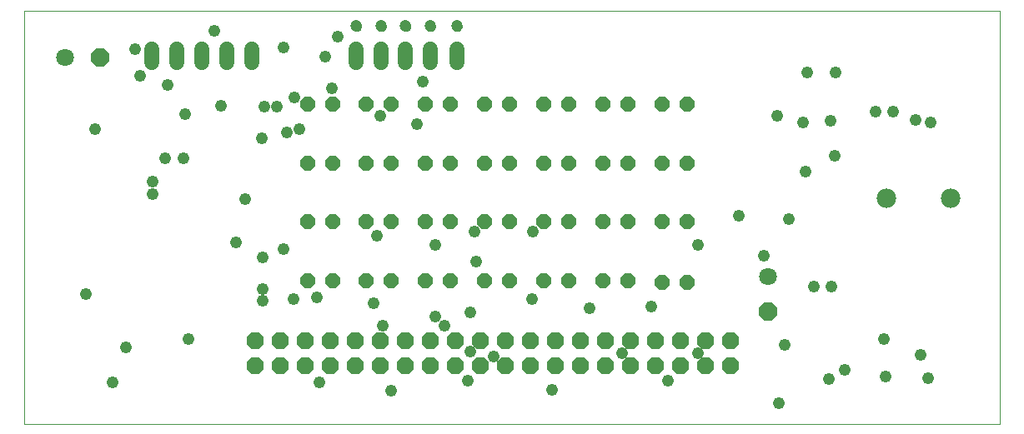
<source format=gbs>
G75*
%MOIN*%
%OFA0B0*%
%FSLAX24Y24*%
%IPPOS*%
%LPD*%
%AMOC8*
5,1,8,0,0,1.08239X$1,22.5*
%
%ADD10C,0.0000*%
%ADD11OC8,0.0600*%
%ADD12C,0.0600*%
%ADD13C,0.0595*%
%ADD14C,0.0474*%
%ADD15C,0.0780*%
%ADD16OC8,0.0680*%
%ADD17OC8,0.0710*%
%ADD18C,0.0710*%
%ADD19C,0.0480*%
D10*
X001732Y002173D02*
X001732Y018708D01*
X040708Y018708D01*
X040708Y002173D01*
X001732Y002173D01*
X014803Y018078D02*
X014805Y018105D01*
X014811Y018132D01*
X014820Y018158D01*
X014833Y018182D01*
X014849Y018205D01*
X014868Y018224D01*
X014890Y018241D01*
X014914Y018255D01*
X014939Y018265D01*
X014966Y018272D01*
X014993Y018275D01*
X015021Y018274D01*
X015048Y018269D01*
X015074Y018261D01*
X015098Y018249D01*
X015121Y018233D01*
X015142Y018215D01*
X015159Y018194D01*
X015174Y018170D01*
X015185Y018145D01*
X015193Y018119D01*
X015197Y018092D01*
X015197Y018064D01*
X015193Y018037D01*
X015185Y018011D01*
X015174Y017986D01*
X015159Y017962D01*
X015142Y017941D01*
X015121Y017923D01*
X015099Y017907D01*
X015074Y017895D01*
X015048Y017887D01*
X015021Y017882D01*
X014993Y017881D01*
X014966Y017884D01*
X014939Y017891D01*
X014914Y017901D01*
X014890Y017915D01*
X014868Y017932D01*
X014849Y017951D01*
X014833Y017974D01*
X014820Y017998D01*
X014811Y018024D01*
X014805Y018051D01*
X014803Y018078D01*
X015787Y018078D02*
X015789Y018105D01*
X015795Y018132D01*
X015804Y018158D01*
X015817Y018182D01*
X015833Y018205D01*
X015852Y018224D01*
X015874Y018241D01*
X015898Y018255D01*
X015923Y018265D01*
X015950Y018272D01*
X015977Y018275D01*
X016005Y018274D01*
X016032Y018269D01*
X016058Y018261D01*
X016082Y018249D01*
X016105Y018233D01*
X016126Y018215D01*
X016143Y018194D01*
X016158Y018170D01*
X016169Y018145D01*
X016177Y018119D01*
X016181Y018092D01*
X016181Y018064D01*
X016177Y018037D01*
X016169Y018011D01*
X016158Y017986D01*
X016143Y017962D01*
X016126Y017941D01*
X016105Y017923D01*
X016083Y017907D01*
X016058Y017895D01*
X016032Y017887D01*
X016005Y017882D01*
X015977Y017881D01*
X015950Y017884D01*
X015923Y017891D01*
X015898Y017901D01*
X015874Y017915D01*
X015852Y017932D01*
X015833Y017951D01*
X015817Y017974D01*
X015804Y017998D01*
X015795Y018024D01*
X015789Y018051D01*
X015787Y018078D01*
X016771Y018078D02*
X016773Y018105D01*
X016779Y018132D01*
X016788Y018158D01*
X016801Y018182D01*
X016817Y018205D01*
X016836Y018224D01*
X016858Y018241D01*
X016882Y018255D01*
X016907Y018265D01*
X016934Y018272D01*
X016961Y018275D01*
X016989Y018274D01*
X017016Y018269D01*
X017042Y018261D01*
X017066Y018249D01*
X017089Y018233D01*
X017110Y018215D01*
X017127Y018194D01*
X017142Y018170D01*
X017153Y018145D01*
X017161Y018119D01*
X017165Y018092D01*
X017165Y018064D01*
X017161Y018037D01*
X017153Y018011D01*
X017142Y017986D01*
X017127Y017962D01*
X017110Y017941D01*
X017089Y017923D01*
X017067Y017907D01*
X017042Y017895D01*
X017016Y017887D01*
X016989Y017882D01*
X016961Y017881D01*
X016934Y017884D01*
X016907Y017891D01*
X016882Y017901D01*
X016858Y017915D01*
X016836Y017932D01*
X016817Y017951D01*
X016801Y017974D01*
X016788Y017998D01*
X016779Y018024D01*
X016773Y018051D01*
X016771Y018078D01*
X017755Y018078D02*
X017757Y018105D01*
X017763Y018132D01*
X017772Y018158D01*
X017785Y018182D01*
X017801Y018205D01*
X017820Y018224D01*
X017842Y018241D01*
X017866Y018255D01*
X017891Y018265D01*
X017918Y018272D01*
X017945Y018275D01*
X017973Y018274D01*
X018000Y018269D01*
X018026Y018261D01*
X018050Y018249D01*
X018073Y018233D01*
X018094Y018215D01*
X018111Y018194D01*
X018126Y018170D01*
X018137Y018145D01*
X018145Y018119D01*
X018149Y018092D01*
X018149Y018064D01*
X018145Y018037D01*
X018137Y018011D01*
X018126Y017986D01*
X018111Y017962D01*
X018094Y017941D01*
X018073Y017923D01*
X018051Y017907D01*
X018026Y017895D01*
X018000Y017887D01*
X017973Y017882D01*
X017945Y017881D01*
X017918Y017884D01*
X017891Y017891D01*
X017866Y017901D01*
X017842Y017915D01*
X017820Y017932D01*
X017801Y017951D01*
X017785Y017974D01*
X017772Y017998D01*
X017763Y018024D01*
X017757Y018051D01*
X017755Y018078D01*
X018818Y018078D02*
X018820Y018105D01*
X018826Y018132D01*
X018835Y018158D01*
X018848Y018182D01*
X018864Y018205D01*
X018883Y018224D01*
X018905Y018241D01*
X018929Y018255D01*
X018954Y018265D01*
X018981Y018272D01*
X019008Y018275D01*
X019036Y018274D01*
X019063Y018269D01*
X019089Y018261D01*
X019113Y018249D01*
X019136Y018233D01*
X019157Y018215D01*
X019174Y018194D01*
X019189Y018170D01*
X019200Y018145D01*
X019208Y018119D01*
X019212Y018092D01*
X019212Y018064D01*
X019208Y018037D01*
X019200Y018011D01*
X019189Y017986D01*
X019174Y017962D01*
X019157Y017941D01*
X019136Y017923D01*
X019114Y017907D01*
X019089Y017895D01*
X019063Y017887D01*
X019036Y017882D01*
X019008Y017881D01*
X018981Y017884D01*
X018954Y017891D01*
X018929Y017901D01*
X018905Y017915D01*
X018883Y017932D01*
X018864Y017951D01*
X018848Y017974D01*
X018835Y017998D01*
X018826Y018024D01*
X018820Y018051D01*
X018818Y018078D01*
D11*
X018767Y014968D03*
X017767Y014968D03*
X016405Y014968D03*
X015405Y014968D03*
X014043Y014968D03*
X013043Y014968D03*
X013043Y012606D03*
X014043Y012606D03*
X015405Y012606D03*
X016405Y012606D03*
X017767Y012606D03*
X018767Y012606D03*
X020130Y012606D03*
X021130Y012606D03*
X022492Y012606D03*
X023492Y012606D03*
X024854Y012606D03*
X025854Y012606D03*
X027216Y012606D03*
X028216Y012606D03*
X028216Y014968D03*
X027216Y014968D03*
X025854Y014968D03*
X024854Y014968D03*
X023492Y014968D03*
X022492Y014968D03*
X021130Y014968D03*
X020130Y014968D03*
X020130Y010244D03*
X021130Y010244D03*
X022492Y010244D03*
X023492Y010244D03*
X024854Y010244D03*
X025854Y010244D03*
X027216Y010244D03*
X028216Y010244D03*
X028216Y007842D03*
X027216Y007842D03*
X025854Y007881D03*
X024854Y007881D03*
X023492Y007881D03*
X022492Y007881D03*
X021130Y007881D03*
X020130Y007881D03*
X018767Y007881D03*
X017767Y007881D03*
X016405Y007881D03*
X015405Y007881D03*
X014043Y007881D03*
X013043Y007881D03*
X013043Y010244D03*
X014043Y010244D03*
X015405Y010244D03*
X016405Y010244D03*
X017767Y010244D03*
X018767Y010244D03*
D12*
X010830Y016625D02*
X010830Y017145D01*
X009830Y017145D02*
X009830Y016625D01*
X008830Y016625D02*
X008830Y017145D01*
X007830Y017145D02*
X007830Y016625D01*
X006830Y016625D02*
X006830Y017145D01*
D13*
X015000Y017155D02*
X015000Y016640D01*
X015984Y016640D02*
X015984Y017155D01*
X016968Y017155D02*
X016968Y016640D01*
X017952Y016640D02*
X017952Y017155D01*
X019015Y017155D02*
X019015Y016640D01*
D14*
X019015Y018078D03*
X017952Y018078D03*
X016968Y018078D03*
X015984Y018078D03*
X015000Y018078D03*
D15*
X036200Y011189D03*
X038760Y011189D03*
D16*
X029972Y005507D03*
X028972Y005507D03*
X027972Y005507D03*
X026972Y005507D03*
X025972Y005507D03*
X024972Y005507D03*
X023972Y005507D03*
X022972Y005507D03*
X021972Y005507D03*
X020972Y005507D03*
X019972Y005507D03*
X018972Y005507D03*
X017972Y005507D03*
X016972Y005507D03*
X015972Y005507D03*
X014972Y005507D03*
X013972Y005507D03*
X012972Y005507D03*
X011972Y005507D03*
X010972Y005507D03*
X010972Y004507D03*
X011972Y004507D03*
X012972Y004507D03*
X013972Y004507D03*
X014972Y004507D03*
X015972Y004507D03*
X016972Y004507D03*
X017972Y004507D03*
X018972Y004507D03*
X019972Y004507D03*
X020972Y004507D03*
X021972Y004507D03*
X022972Y004507D03*
X023972Y004507D03*
X024972Y004507D03*
X025972Y004507D03*
X026972Y004507D03*
X027972Y004507D03*
X028972Y004507D03*
X029972Y004507D03*
D17*
X031456Y006670D03*
X004755Y016819D03*
D18*
X003355Y016819D03*
X031456Y008070D03*
D19*
X031297Y008878D03*
X033277Y007663D03*
X033997Y007663D03*
X036102Y005559D03*
X037552Y004918D03*
X037874Y003984D03*
X036157Y004063D03*
X034537Y004333D03*
X033896Y003973D03*
X031882Y002983D03*
X028642Y005008D03*
X027472Y003883D03*
X025627Y005008D03*
X022837Y003523D03*
X020497Y004873D03*
X019552Y005053D03*
X019462Y003883D03*
X016402Y003478D03*
X013522Y003838D03*
X016042Y006088D03*
X015682Y006988D03*
X013432Y007213D03*
X012487Y007168D03*
X011272Y007078D03*
X011272Y007573D03*
X011272Y008833D03*
X012082Y009148D03*
X010192Y009418D03*
X010552Y011173D03*
X008077Y012793D03*
X007357Y012793D03*
X006862Y011848D03*
X006862Y011353D03*
X011227Y013603D03*
X012217Y013828D03*
X012712Y013963D03*
X011812Y014863D03*
X011317Y014863D03*
X012532Y015223D03*
X014017Y015583D03*
X015952Y014503D03*
X017437Y014143D03*
X017662Y015853D03*
X014252Y017645D03*
X013747Y016843D03*
X012086Y017212D03*
X009320Y017878D03*
X006142Y017158D03*
X006367Y016078D03*
X007447Y015718D03*
X008167Y014548D03*
X009584Y014908D03*
X004567Y013963D03*
X015817Y009688D03*
X018157Y009328D03*
X019732Y009868D03*
X019777Y008653D03*
X022072Y009868D03*
X022027Y007168D03*
X024322Y006808D03*
X026797Y006853D03*
X028642Y009328D03*
X030275Y010480D03*
X032287Y010363D03*
X032962Y012253D03*
X034132Y012883D03*
X033952Y014278D03*
X032872Y014233D03*
X031837Y014486D03*
X033031Y016228D03*
X034173Y016228D03*
X035748Y014653D03*
X036456Y014653D03*
X037372Y014323D03*
X037957Y014233D03*
X032129Y005329D03*
X019552Y006628D03*
X018517Y006088D03*
X018157Y006448D03*
X008302Y005548D03*
X005782Y005233D03*
X005242Y003838D03*
X004207Y007348D03*
M02*

</source>
